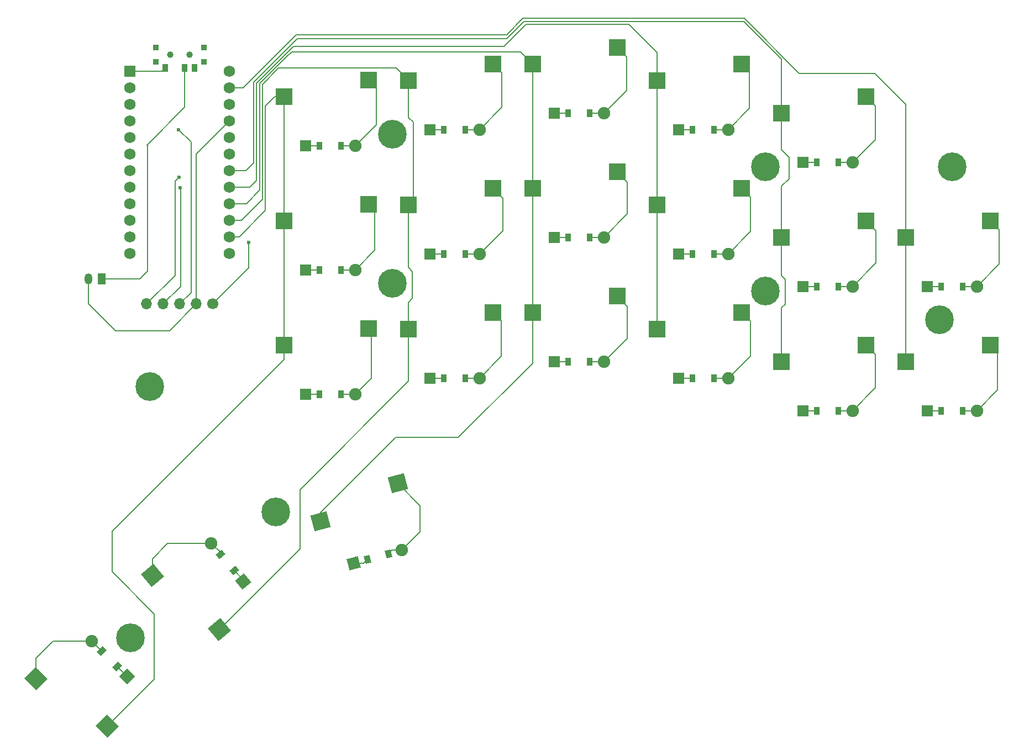
<source format=gbr>
%TF.GenerationSoftware,KiCad,Pcbnew,9.0.7*%
%TF.CreationDate,2026-02-08T22:38:48+02:00*%
%TF.ProjectId,juubo_right_unfinished,6a757562-6f5f-4726-9967-68745f756e66,v1.0.0*%
%TF.SameCoordinates,Original*%
%TF.FileFunction,Copper,L2,Bot*%
%TF.FilePolarity,Positive*%
%FSLAX46Y46*%
G04 Gerber Fmt 4.6, Leading zero omitted, Abs format (unit mm)*
G04 Created by KiCad (PCBNEW 9.0.7) date 2026-02-08 22:38:48*
%MOMM*%
%LPD*%
G01*
G04 APERTURE LIST*
G04 Aperture macros list*
%AMRotRect*
0 Rectangle, with rotation*
0 The origin of the aperture is its center*
0 $1 length*
0 $2 width*
0 $3 Rotation angle, in degrees counterclockwise*
0 Add horizontal line*
21,1,$1,$2,0,0,$3*%
G04 Aperture macros list end*
%TA.AperFunction,SMDPad,CuDef*%
%ADD10R,0.900000X0.900000*%
%TD*%
%TA.AperFunction,WasherPad*%
%ADD11C,1.000000*%
%TD*%
%TA.AperFunction,SMDPad,CuDef*%
%ADD12R,0.900000X1.250000*%
%TD*%
%TA.AperFunction,SMDPad,CuDef*%
%ADD13R,2.550000X2.500000*%
%TD*%
%TA.AperFunction,ComponentPad*%
%ADD14C,0.700000*%
%TD*%
%TA.AperFunction,ComponentPad*%
%ADD15C,4.400000*%
%TD*%
%TA.AperFunction,ComponentPad*%
%ADD16R,1.778000X1.778000*%
%TD*%
%TA.AperFunction,SMDPad,CuDef*%
%ADD17R,0.900000X1.200000*%
%TD*%
%TA.AperFunction,ComponentPad*%
%ADD18C,1.905000*%
%TD*%
%TA.AperFunction,SMDPad,CuDef*%
%ADD19RotRect,2.550000X2.500000X135.000000*%
%TD*%
%TA.AperFunction,ComponentPad*%
%ADD20RotRect,1.778000X1.778000X130.000000*%
%TD*%
%TA.AperFunction,SMDPad,CuDef*%
%ADD21RotRect,0.900000X1.200000X130.000000*%
%TD*%
%TA.AperFunction,SMDPad,CuDef*%
%ADD22RotRect,2.550000X2.500000X130.000000*%
%TD*%
%TA.AperFunction,SMDPad,CuDef*%
%ADD23RotRect,2.550000X2.500000X15.000000*%
%TD*%
%TA.AperFunction,ComponentPad*%
%ADD24RotRect,1.778000X1.778000X135.000000*%
%TD*%
%TA.AperFunction,SMDPad,CuDef*%
%ADD25RotRect,0.900000X1.200000X135.000000*%
%TD*%
%TA.AperFunction,ComponentPad*%
%ADD26R,1.200000X1.700000*%
%TD*%
%TA.AperFunction,ComponentPad*%
%ADD27O,1.200000X1.700000*%
%TD*%
%TA.AperFunction,ComponentPad*%
%ADD28O,1.700000X1.700000*%
%TD*%
%TA.AperFunction,ComponentPad*%
%ADD29C,1.700000*%
%TD*%
%TA.AperFunction,ComponentPad*%
%ADD30R,1.752600X1.752600*%
%TD*%
%TA.AperFunction,ComponentPad*%
%ADD31C,1.752600*%
%TD*%
%TA.AperFunction,ComponentPad*%
%ADD32RotRect,1.778000X1.778000X15.000000*%
%TD*%
%TA.AperFunction,SMDPad,CuDef*%
%ADD33RotRect,0.900000X1.200000X15.000000*%
%TD*%
%TA.AperFunction,ViaPad*%
%ADD34C,0.600000*%
%TD*%
%TA.AperFunction,Conductor*%
%ADD35C,0.200000*%
%TD*%
G04 APERTURE END LIST*
D10*
%TO.P,T1,*%
%TO.N,*%
X142830000Y-103710500D03*
X142830000Y-105910500D03*
D11*
X145030000Y-104810500D03*
X148030000Y-104810500D03*
D10*
X150230000Y-103710500D03*
X150230000Y-105910500D03*
D12*
%TO.P,T1,1*%
%TO.N,RAW*%
X144280000Y-106885500D03*
%TO.P,T1,2*%
%TO.N,B+*%
X147280000Y-106885500D03*
%TO.P,T1,3*%
%TO.N,N/C*%
X148780000Y-106885500D03*
%TD*%
D13*
%TO.P,S6,1*%
%TO.N,P5*%
X219645000Y-146860000D03*
%TO.P,S6,2*%
%TO.N,mirror_ring_bottom*%
X232572000Y-144320000D03*
%TD*%
D14*
%TO.P,_9,1*%
%TO.N,N/C*%
X140307500Y-155710000D03*
X140790774Y-154543274D03*
X140790774Y-156876726D03*
X141957500Y-154060000D03*
D15*
X141957500Y-155710000D03*
D14*
X141957500Y-157360000D03*
X143124226Y-154543274D03*
X143124226Y-156876726D03*
X143607500Y-155710000D03*
%TD*%
D13*
%TO.P,S13,1*%
%TO.N,P7*%
X181545000Y-127810000D03*
%TO.P,S13,2*%
%TO.N,mirror_index_home*%
X194472000Y-125270000D03*
%TD*%
D16*
%TO.P,D9,1*%
%TO.N,P16*%
X203870000Y-151900000D03*
D17*
X206030000Y-151900000D03*
%TO.P,D9,2*%
%TO.N,mirror_middle_bottom*%
X209330000Y-151900000D03*
D18*
X211490000Y-151900000D03*
%TD*%
D13*
%TO.P,S11,1*%
%TO.N,P6*%
X200595000Y-106260000D03*
%TO.P,S11,2*%
%TO.N,mirror_middle_top*%
X213522000Y-103720000D03*
%TD*%
D16*
%TO.P,D6,1*%
%TO.N,P16*%
X222920000Y-154400000D03*
D17*
X225080000Y-154400000D03*
%TO.P,D6,2*%
%TO.N,mirror_ring_bottom*%
X228380000Y-154400000D03*
D18*
X230540000Y-154400000D03*
%TD*%
D13*
%TO.P,S5,1*%
%TO.N,P4*%
X238695000Y-113760000D03*
%TO.P,S5,2*%
%TO.N,mirror_pinky_top*%
X251622000Y-111220000D03*
%TD*%
D16*
%TO.P,D4,1*%
%TO.N,P14*%
X241970000Y-140350000D03*
D17*
X244130000Y-140350000D03*
%TO.P,D4,2*%
%TO.N,mirror_pinky_home*%
X247430000Y-140350000D03*
D18*
X249590000Y-140350000D03*
%TD*%
D16*
%TO.P,D16,1*%
%TO.N,P14*%
X165770000Y-137850000D03*
D17*
X167930000Y-137850000D03*
%TO.P,D16,2*%
%TO.N,mirror_inner_home*%
X171230000Y-137850000D03*
D18*
X173390000Y-137850000D03*
%TD*%
D13*
%TO.P,S7,1*%
%TO.N,P5*%
X219645000Y-127810000D03*
%TO.P,S7,2*%
%TO.N,mirror_ring_home*%
X232572000Y-125270000D03*
%TD*%
D16*
%TO.P,D15,1*%
%TO.N,P16*%
X165770000Y-156900000D03*
D17*
X167930000Y-156900000D03*
%TO.P,D15,2*%
%TO.N,mirror_inner_bottom*%
X171230000Y-156900000D03*
D18*
X173390000Y-156900000D03*
%TD*%
D13*
%TO.P,S15,1*%
%TO.N,P8*%
X162495000Y-149360000D03*
%TO.P,S15,2*%
%TO.N,mirror_inner_bottom*%
X175422000Y-146820000D03*
%TD*%
D16*
%TO.P,D13,1*%
%TO.N,P14*%
X184820000Y-135350000D03*
D17*
X186980000Y-135350000D03*
%TO.P,D13,2*%
%TO.N,mirror_index_home*%
X190280000Y-135350000D03*
D18*
X192440000Y-135350000D03*
%TD*%
D16*
%TO.P,D2,1*%
%TO.N,P14*%
X261020000Y-140350000D03*
D17*
X263180000Y-140350000D03*
%TO.P,D2,2*%
%TO.N,mirror_outer_home*%
X266480000Y-140350000D03*
D18*
X268640000Y-140350000D03*
%TD*%
D19*
%TO.P,S20,1*%
%TO.N,P8*%
X135438596Y-207796209D03*
%TO.P,S20,2*%
%TO.N,mirror_extra_cluster*%
X124501776Y-200451491D03*
%TD*%
D16*
%TO.P,D7,1*%
%TO.N,P14*%
X222920000Y-135350000D03*
D17*
X225080000Y-135350000D03*
%TO.P,D7,2*%
%TO.N,mirror_ring_home*%
X228380000Y-135350000D03*
D18*
X230540000Y-135350000D03*
%TD*%
D13*
%TO.P,S1,1*%
%TO.N,P0*%
X257745000Y-151860000D03*
%TO.P,S1,2*%
%TO.N,mirror_outer_bottom*%
X270672000Y-149320000D03*
%TD*%
D16*
%TO.P,D10,1*%
%TO.N,P14*%
X203870000Y-132850000D03*
D17*
X206030000Y-132850000D03*
%TO.P,D10,2*%
%TO.N,mirror_middle_home*%
X209330000Y-132850000D03*
D18*
X211490000Y-132850000D03*
%TD*%
D13*
%TO.P,S2,1*%
%TO.N,P0*%
X257745000Y-132810000D03*
%TO.P,S2,2*%
%TO.N,mirror_outer_home*%
X270672000Y-130270000D03*
%TD*%
D16*
%TO.P,D3,1*%
%TO.N,P16*%
X241970000Y-159400000D03*
D17*
X244130000Y-159400000D03*
%TO.P,D3,2*%
%TO.N,mirror_pinky_bottom*%
X247430000Y-159400000D03*
D18*
X249590000Y-159400000D03*
%TD*%
D16*
%TO.P,D8,1*%
%TO.N,P9*%
X222920000Y-116300000D03*
D17*
X225080000Y-116300000D03*
%TO.P,D8,2*%
%TO.N,mirror_ring_top*%
X228380000Y-116300000D03*
D18*
X230540000Y-116300000D03*
%TD*%
D14*
%TO.P,_4,1*%
%TO.N,N/C*%
X177455000Y-117015000D03*
X177938274Y-115848274D03*
X177938274Y-118181726D03*
X179105000Y-115365000D03*
D15*
X179105000Y-117015000D03*
D14*
X179105000Y-118665000D03*
X180271726Y-115848274D03*
X180271726Y-118181726D03*
X180755000Y-117015000D03*
%TD*%
D20*
%TO.P,D19,1*%
%TO.N,P10*%
X156248588Y-185587598D03*
D21*
X154860167Y-183932942D03*
%TO.P,D19,2*%
%TO.N,mirror_space_cluster*%
X152738967Y-181404996D03*
D18*
X151350546Y-179750340D03*
%TD*%
D13*
%TO.P,S8,1*%
%TO.N,P5*%
X219645000Y-108760000D03*
%TO.P,S8,2*%
%TO.N,mirror_ring_top*%
X232572000Y-106220000D03*
%TD*%
D14*
%TO.P,_2,1*%
%TO.N,N/C*%
X263180000Y-122015000D03*
X263663274Y-120848274D03*
X263663274Y-123181726D03*
X264830000Y-120365000D03*
D15*
X264830000Y-122015000D03*
D14*
X264830000Y-123665000D03*
X265996726Y-120848274D03*
X265996726Y-123181726D03*
X266480000Y-122015000D03*
%TD*%
D16*
%TO.P,D1,1*%
%TO.N,P16*%
X261020000Y-159400000D03*
D17*
X263180000Y-159400000D03*
%TO.P,D1,2*%
%TO.N,mirror_outer_bottom*%
X266480000Y-159400000D03*
D18*
X268640000Y-159400000D03*
%TD*%
D14*
%TO.P,_3,1*%
%TO.N,N/C*%
X234605000Y-122015000D03*
X235088274Y-120848274D03*
X235088274Y-123181726D03*
X236255000Y-120365000D03*
D15*
X236255000Y-122015000D03*
D14*
X236255000Y-123665000D03*
X237421726Y-120848274D03*
X237421726Y-123181726D03*
X237905000Y-122015000D03*
%TD*%
D22*
%TO.P,S19,1*%
%TO.N,P7*%
X152577742Y-192943012D03*
%TO.P,S19,2*%
%TO.N,mirror_space_cluster*%
X142322674Y-184673036D03*
%TD*%
D14*
%TO.P,_7,1*%
%TO.N,N/C*%
X140126714Y-195421840D03*
X138959988Y-195905114D03*
X140609988Y-194255114D03*
X137793262Y-195421840D03*
D15*
X138959988Y-194255114D03*
D14*
X140126714Y-193088388D03*
X137309988Y-194255114D03*
X138959988Y-192605114D03*
X137793262Y-193088388D03*
%TD*%
D16*
%TO.P,D17,1*%
%TO.N,P9*%
X165770000Y-118800000D03*
D17*
X167930000Y-118800000D03*
%TO.P,D17,2*%
%TO.N,mirror_inner_top*%
X171230000Y-118800000D03*
D18*
X173390000Y-118800000D03*
%TD*%
D16*
%TO.P,D12,1*%
%TO.N,P16*%
X184820000Y-154400000D03*
D17*
X186980000Y-154400000D03*
%TO.P,D12,2*%
%TO.N,mirror_index_bottom*%
X190280000Y-154400000D03*
D18*
X192440000Y-154400000D03*
%TD*%
D23*
%TO.P,S18,1*%
%TO.N,P6*%
X168079015Y-176330281D03*
%TO.P,S18,2*%
%TO.N,mirror_layer_cluster*%
X179908138Y-170531076D03*
%TD*%
D13*
%TO.P,S14,1*%
%TO.N,P7*%
X181545000Y-108760000D03*
%TO.P,S14,2*%
%TO.N,mirror_index_top*%
X194472000Y-106220000D03*
%TD*%
%TO.P,S3,1*%
%TO.N,P4*%
X238695000Y-151860000D03*
%TO.P,S3,2*%
%TO.N,mirror_pinky_bottom*%
X251622000Y-149320000D03*
%TD*%
D14*
%TO.P,_5,1*%
%TO.N,N/C*%
X234605000Y-141065000D03*
X235088274Y-139898274D03*
X235088274Y-142231726D03*
X236255000Y-139415000D03*
D15*
X236255000Y-141065000D03*
D14*
X236255000Y-142715000D03*
X237421726Y-139898274D03*
X237421726Y-142231726D03*
X237905000Y-141065000D03*
%TD*%
%TO.P,_1,1*%
%TO.N,N/C*%
X261275000Y-145446500D03*
X261758274Y-144279774D03*
X261758274Y-146613226D03*
X262925000Y-143796500D03*
D15*
X262925000Y-145446500D03*
D14*
X262925000Y-147096500D03*
X264091726Y-144279774D03*
X264091726Y-146613226D03*
X264575000Y-145446500D03*
%TD*%
D13*
%TO.P,S10,1*%
%TO.N,P6*%
X200595000Y-125310000D03*
%TO.P,S10,2*%
%TO.N,mirror_middle_home*%
X213522000Y-122770000D03*
%TD*%
%TO.P,S16,1*%
%TO.N,P8*%
X162495000Y-130310000D03*
%TO.P,S16,2*%
%TO.N,mirror_inner_home*%
X175422000Y-127770000D03*
%TD*%
D24*
%TO.P,D20,1*%
%TO.N,P10*%
X138454407Y-200148849D03*
D25*
X136927056Y-198621498D03*
%TO.P,D20,2*%
%TO.N,mirror_extra_cluster*%
X134593604Y-196288046D03*
D18*
X133066253Y-194760695D03*
%TD*%
D26*
%TO.P,JST1,1*%
%TO.N,B+*%
X134530000Y-139222500D03*
D27*
%TO.P,JST1,2*%
%TO.N,GND*%
X132530000Y-139222500D03*
%TD*%
D13*
%TO.P,S4,1*%
%TO.N,P4*%
X238695000Y-132810000D03*
%TO.P,S4,2*%
%TO.N,mirror_pinky_home*%
X251622000Y-130270000D03*
%TD*%
D28*
%TO.P,DISP1,1*%
%TO.N,P2*%
X141450000Y-143025000D03*
%TO.P,DISP1,2*%
%TO.N,P3*%
X143990000Y-143025000D03*
%TO.P,DISP1,3*%
%TO.N,VCC*%
X146530000Y-143025000D03*
%TO.P,DISP1,4*%
%TO.N,GND*%
X149070000Y-143025000D03*
D29*
%TO.P,DISP1,5*%
%TO.N,P1*%
X151610000Y-143025000D03*
%TD*%
D16*
%TO.P,D11,1*%
%TO.N,P9*%
X203870000Y-113800000D03*
D17*
X206030000Y-113800000D03*
%TO.P,D11,2*%
%TO.N,mirror_middle_top*%
X209330000Y-113800000D03*
D18*
X211490000Y-113800000D03*
%TD*%
D14*
%TO.P,_8,1*%
%TO.N,N/C*%
X177455000Y-139875000D03*
X177938274Y-138708274D03*
X177938274Y-141041726D03*
X179105000Y-138225000D03*
D15*
X179105000Y-139875000D03*
D14*
X179105000Y-141525000D03*
X180271726Y-138708274D03*
X180271726Y-141041726D03*
X180755000Y-139875000D03*
%TD*%
D16*
%TO.P,D14,1*%
%TO.N,P9*%
X184820000Y-116300000D03*
D17*
X186980000Y-116300000D03*
%TO.P,D14,2*%
%TO.N,mirror_index_top*%
X190280000Y-116300000D03*
D18*
X192440000Y-116300000D03*
%TD*%
D16*
%TO.P,D5,1*%
%TO.N,P9*%
X241970000Y-121300000D03*
D17*
X244130000Y-121300000D03*
%TO.P,D5,2*%
%TO.N,mirror_pinky_top*%
X247430000Y-121300000D03*
D18*
X249590000Y-121300000D03*
%TD*%
D30*
%TO.P,MCU1,1*%
%TO.N,RAW*%
X138910000Y-107355000D03*
D31*
%TO.P,MCU1,2*%
%TO.N,GND*%
X138910000Y-109895000D03*
%TO.P,MCU1,3*%
%TO.N,RST*%
X138910000Y-112435000D03*
%TO.P,MCU1,4*%
%TO.N,VCC*%
X138910000Y-114975000D03*
%TO.P,MCU1,5*%
%TO.N,P21*%
X138910000Y-117515000D03*
%TO.P,MCU1,6*%
%TO.N,P20*%
X138910000Y-120055000D03*
%TO.P,MCU1,7*%
%TO.N,P19*%
X138910000Y-122595000D03*
%TO.P,MCU1,8*%
%TO.N,P18*%
X138910000Y-125135000D03*
%TO.P,MCU1,9*%
%TO.N,P15*%
X138910000Y-127675000D03*
%TO.P,MCU1,10*%
%TO.N,P14*%
X138910000Y-130215000D03*
%TO.P,MCU1,11*%
%TO.N,P16*%
X138910000Y-132755000D03*
%TO.P,MCU1,12*%
%TO.N,P10*%
X138910000Y-135295000D03*
%TO.P,MCU1,13*%
%TO.N,P1*%
X154150000Y-107355000D03*
%TO.P,MCU1,14*%
%TO.N,P0*%
X154150000Y-109895000D03*
%TO.P,MCU1,15*%
%TO.N,GND*%
X154150000Y-112435000D03*
%TO.P,MCU1,16*%
X154150000Y-114975000D03*
%TO.P,MCU1,17*%
%TO.N,P2*%
X154150000Y-117515000D03*
%TO.P,MCU1,18*%
%TO.N,P3*%
X154150000Y-120055000D03*
%TO.P,MCU1,19*%
%TO.N,P4*%
X154150000Y-122595000D03*
%TO.P,MCU1,20*%
%TO.N,P5*%
X154150000Y-125135000D03*
%TO.P,MCU1,21*%
%TO.N,P6*%
X154150000Y-127675000D03*
%TO.P,MCU1,22*%
%TO.N,P7*%
X154150000Y-130215000D03*
%TO.P,MCU1,23*%
%TO.N,P8*%
X154150000Y-132755000D03*
%TO.P,MCU1,24*%
%TO.N,P9*%
X154150000Y-135295000D03*
%TD*%
D13*
%TO.P,S12,1*%
%TO.N,P7*%
X181545000Y-146860000D03*
%TO.P,S12,2*%
%TO.N,mirror_index_bottom*%
X194472000Y-144320000D03*
%TD*%
%TO.P,S17,1*%
%TO.N,P8*%
X162495000Y-111260000D03*
%TO.P,S17,2*%
%TO.N,mirror_inner_top*%
X175422000Y-108720000D03*
%TD*%
%TO.P,S9,1*%
%TO.N,P6*%
X200595000Y-144360000D03*
%TO.P,S9,2*%
%TO.N,mirror_middle_bottom*%
X213522000Y-141820000D03*
%TD*%
D32*
%TO.P,D18,1*%
%TO.N,P10*%
X173193918Y-182765731D03*
D33*
X175280317Y-182206679D03*
%TO.P,D18,2*%
%TO.N,mirror_layer_cluster*%
X178467873Y-181352579D03*
D18*
X180554272Y-180793527D03*
%TD*%
D14*
%TO.P,_6,1*%
%TO.N,N/C*%
X159626450Y-175308136D03*
X159791286Y-174056086D03*
X160395228Y-176310028D03*
X161647278Y-176474864D03*
D15*
X161220228Y-174881086D03*
D14*
X160793178Y-173287308D03*
X162045228Y-173452144D03*
X162649170Y-175706086D03*
X162814006Y-174454036D03*
%TD*%
D34*
%TO.N,P2*%
X146420000Y-123590000D03*
%TO.N,P3*%
X146600000Y-125240000D03*
%TO.N,VCC*%
X146320000Y-116300000D03*
%TO.N,P1*%
X157120000Y-133600000D03*
%TD*%
D35*
%TO.N,P2*%
X145790000Y-124220000D02*
X146420000Y-123590000D01*
X145790000Y-138685000D02*
X145790000Y-130910000D01*
X141450000Y-143025000D02*
X145790000Y-138685000D01*
X145790000Y-130910000D02*
X145790000Y-124220000D01*
%TO.N,P3*%
X146660000Y-140355000D02*
X146660000Y-128960000D01*
X143990000Y-143025000D02*
X146660000Y-140355000D01*
X146660000Y-128960000D02*
X146660000Y-125300000D01*
X146660000Y-125300000D02*
X146600000Y-125240000D01*
%TO.N,VCC*%
X146530000Y-143025000D02*
X148240000Y-141315000D01*
X148240000Y-141315000D02*
X148240000Y-127280000D01*
X148240000Y-127280000D02*
X148240000Y-118220000D01*
X148240000Y-118220000D02*
X146320000Y-116300000D01*
%TO.N,GND*%
X136700000Y-147150000D02*
X144945000Y-147150000D01*
X149070000Y-120055000D02*
X154150000Y-114975000D01*
X132530000Y-139222500D02*
X132530000Y-142980000D01*
X144945000Y-147150000D02*
X149070000Y-143025000D01*
X149070000Y-143025000D02*
X149070000Y-120055000D01*
X132530000Y-142980000D02*
X136700000Y-147150000D01*
%TO.N,P1*%
X157120000Y-134120000D02*
X157120000Y-133600000D01*
X157120000Y-137515000D02*
X157120000Y-134120000D01*
X151610000Y-143025000D02*
X157120000Y-137515000D01*
%TO.N,P0*%
X257745000Y-132810000D02*
X257745000Y-112395000D01*
X257745000Y-151860000D02*
X257745000Y-132810000D01*
X253030000Y-107680000D02*
X241447100Y-107680000D01*
X233017100Y-99250000D02*
X199110000Y-99250000D01*
X257745000Y-112395000D02*
X253030000Y-107680000D01*
X164370000Y-101770000D02*
X156245000Y-109895000D01*
X196590000Y-101770000D02*
X164370000Y-101770000D01*
X241447100Y-107680000D02*
X233017100Y-99250000D01*
X156245000Y-109895000D02*
X154150000Y-109895000D01*
X199110000Y-99250000D02*
X196590000Y-101770000D01*
%TO.N,mirror_outer_bottom*%
X271840000Y-156200000D02*
X268640000Y-159400000D01*
X268640000Y-159400000D02*
X266480000Y-159400000D01*
X271840000Y-150488000D02*
X271840000Y-156200000D01*
X270672000Y-149320000D02*
X271840000Y-150488000D01*
%TO.N,mirror_outer_home*%
X270672000Y-130270000D02*
X272080000Y-131678000D01*
X266480000Y-140350000D02*
X268640000Y-140350000D01*
X272080000Y-136910000D02*
X268640000Y-140350000D01*
X272080000Y-131678000D02*
X272080000Y-136910000D01*
%TO.N,P4*%
X196620000Y-102360000D02*
X164500000Y-102360000D01*
X157829000Y-121421000D02*
X156655000Y-122595000D01*
X238695000Y-125005000D02*
X239860000Y-123840000D01*
X238695000Y-132810000D02*
X238695000Y-138685000D01*
X157829000Y-110519000D02*
X157829000Y-121421000D01*
X239860000Y-120550000D02*
X239860000Y-123840000D01*
X164500000Y-102360000D02*
X157800000Y-109060000D01*
X238695000Y-113760000D02*
X238695000Y-105495000D01*
X157800000Y-109060000D02*
X157800000Y-110490000D01*
X238695000Y-143635000D02*
X239260000Y-143070000D01*
X199260000Y-99720000D02*
X196620000Y-102360000D01*
X239260000Y-139250000D02*
X239260000Y-143070000D01*
X238695000Y-138685000D02*
X239260000Y-139250000D01*
X157800000Y-110490000D02*
X157829000Y-110519000D01*
X238695000Y-105495000D02*
X232920000Y-99720000D01*
X238695000Y-119385000D02*
X239860000Y-120550000D01*
X232920000Y-99720000D02*
X199260000Y-99720000D01*
X156655000Y-122595000D02*
X154150000Y-122595000D01*
X238695000Y-132810000D02*
X238695000Y-125005000D01*
X238695000Y-151860000D02*
X238695000Y-143635000D01*
X238695000Y-113760000D02*
X238695000Y-119385000D01*
%TO.N,mirror_pinky_bottom*%
X253130000Y-150828000D02*
X253130000Y-155860000D01*
X251622000Y-149320000D02*
X253130000Y-150828000D01*
X253130000Y-155860000D02*
X249590000Y-159400000D01*
X247430000Y-159400000D02*
X249590000Y-159400000D01*
%TO.N,mirror_pinky_home*%
X253180000Y-131828000D02*
X253180000Y-136760000D01*
X249590000Y-140350000D02*
X247430000Y-140350000D01*
X251622000Y-130270000D02*
X253180000Y-131828000D01*
X253180000Y-136760000D02*
X249590000Y-140350000D01*
%TO.N,mirror_pinky_top*%
X251622000Y-111220000D02*
X253060000Y-112658000D01*
X253060000Y-117830000D02*
X249590000Y-121300000D01*
X247430000Y-121300000D02*
X249590000Y-121300000D01*
X253060000Y-112658000D02*
X253060000Y-117830000D01*
%TO.N,P5*%
X219645000Y-104495000D02*
X215340000Y-100190000D01*
X219645000Y-127810000D02*
X219645000Y-146860000D01*
X158230000Y-109195800D02*
X158230000Y-124120000D01*
X157215000Y-125135000D02*
X154150000Y-125135000D01*
X219645000Y-108760000D02*
X219645000Y-127810000D01*
X219645000Y-108760000D02*
X219645000Y-104495000D01*
X196210000Y-103530000D02*
X163895800Y-103530000D01*
X158230000Y-124120000D02*
X157215000Y-125135000D01*
X215340000Y-100190000D02*
X199550000Y-100190000D01*
X199550000Y-100190000D02*
X196210000Y-103530000D01*
X163895800Y-103530000D02*
X158230000Y-109195800D01*
%TO.N,mirror_ring_bottom*%
X232572000Y-144320000D02*
X233920000Y-145668000D01*
X233920000Y-145668000D02*
X233920000Y-151020000D01*
X233920000Y-151020000D02*
X230540000Y-154400000D01*
X228380000Y-154400000D02*
X230540000Y-154400000D01*
%TO.N,mirror_ring_home*%
X228380000Y-135350000D02*
X230540000Y-135350000D01*
X233940000Y-131950000D02*
X230540000Y-135350000D01*
X232572000Y-125270000D02*
X233940000Y-126638000D01*
X233940000Y-126638000D02*
X233940000Y-131950000D01*
%TO.N,mirror_ring_top*%
X230540000Y-116300000D02*
X228380000Y-116300000D01*
X232572000Y-106220000D02*
X233790000Y-107438000D01*
X233790000Y-107438000D02*
X233790000Y-113050000D01*
X233790000Y-113050000D02*
X230540000Y-116300000D01*
%TO.N,P6*%
X158809000Y-125591000D02*
X156725000Y-127675000D01*
X163330000Y-104700000D02*
X163292900Y-104700000D01*
X189200000Y-163500000D02*
X200595000Y-152105000D01*
X200595000Y-106260000D02*
X198704000Y-104369000D01*
X200595000Y-152105000D02*
X200595000Y-144360000D01*
X200595000Y-125310000D02*
X200595000Y-106260000D01*
X168079015Y-176330281D02*
X168079015Y-175036186D01*
X168079015Y-175036186D02*
X179615201Y-163500000D01*
X198704000Y-104369000D02*
X163661000Y-104369000D01*
X156725000Y-127675000D02*
X154150000Y-127675000D01*
X158809000Y-109183900D02*
X158809000Y-125591000D01*
X200595000Y-144360000D02*
X200595000Y-125310000D01*
X179615201Y-163500000D02*
X189200000Y-163500000D01*
X163661000Y-104369000D02*
X163330000Y-104700000D01*
X163292900Y-104700000D02*
X158809000Y-109183900D01*
%TO.N,mirror_middle_bottom*%
X215090000Y-143388000D02*
X215090000Y-148300000D01*
X213522000Y-141820000D02*
X215090000Y-143388000D01*
X215090000Y-148300000D02*
X211490000Y-151900000D01*
X211490000Y-151900000D02*
X209330000Y-151900000D01*
%TO.N,mirror_middle_home*%
X215100000Y-124348000D02*
X215100000Y-129240000D01*
X215100000Y-129240000D02*
X211490000Y-132850000D01*
X209330000Y-132850000D02*
X211490000Y-132850000D01*
X213522000Y-122770000D02*
X215100000Y-124348000D01*
%TO.N,mirror_middle_top*%
X214950000Y-105148000D02*
X214950000Y-110340000D01*
X214950000Y-110340000D02*
X211490000Y-113800000D01*
X213522000Y-103720000D02*
X214950000Y-105148000D01*
X211490000Y-113800000D02*
X209330000Y-113800000D01*
%TO.N,P7*%
X159210000Y-126970000D02*
X155965000Y-130215000D01*
X181545000Y-142805000D02*
X182170000Y-142180000D01*
X182290000Y-127065000D02*
X181545000Y-127810000D01*
X181545000Y-137425000D02*
X182170000Y-138050000D01*
X159210000Y-109350000D02*
X159210000Y-126970000D01*
X181545000Y-154875000D02*
X164920000Y-171500000D01*
X164920000Y-171500000D02*
X164920000Y-180600754D01*
X181545000Y-108760000D02*
X181545000Y-114435000D01*
X181545000Y-146860000D02*
X181545000Y-142805000D01*
X182170000Y-138050000D02*
X182170000Y-142180000D01*
X182290000Y-115180000D02*
X182290000Y-127065000D01*
X181545000Y-108760000D02*
X179654000Y-106869000D01*
X179654000Y-106869000D02*
X161691000Y-106869000D01*
X161691000Y-106869000D02*
X159210000Y-109350000D01*
X181545000Y-114435000D02*
X182290000Y-115180000D01*
X181545000Y-146860000D02*
X181545000Y-154875000D01*
X155965000Y-130215000D02*
X154150000Y-130215000D01*
X164920000Y-180600754D02*
X152577742Y-192943012D01*
X181545000Y-127810000D02*
X181545000Y-137425000D01*
%TO.N,mirror_index_bottom*%
X195810000Y-151030000D02*
X192440000Y-154400000D01*
X195810000Y-145658000D02*
X195810000Y-151030000D01*
X190280000Y-154400000D02*
X192440000Y-154400000D01*
X194472000Y-144320000D02*
X195810000Y-145658000D01*
%TO.N,mirror_index_home*%
X192440000Y-135350000D02*
X190280000Y-135350000D01*
X196000000Y-126798000D02*
X196000000Y-131790000D01*
X196000000Y-131790000D02*
X192440000Y-135350000D01*
X194472000Y-125270000D02*
X196000000Y-126798000D01*
%TO.N,mirror_index_top*%
X195850000Y-112890000D02*
X192440000Y-116300000D01*
X195850000Y-107598000D02*
X195850000Y-112890000D01*
X190280000Y-116300000D02*
X192440000Y-116300000D01*
X194472000Y-106220000D02*
X195850000Y-107598000D01*
%TO.N,P8*%
X136150000Y-184090000D02*
X136150000Y-177890000D01*
X162495000Y-111260000D02*
X161090000Y-111260000D01*
X142640000Y-190580000D02*
X136150000Y-184090000D01*
X135438596Y-207796209D02*
X142640000Y-200594805D01*
X136150000Y-177890000D02*
X162495000Y-151545000D01*
X159650000Y-128710000D02*
X155605000Y-132755000D01*
X142640000Y-200594805D02*
X142640000Y-190580000D01*
X162495000Y-149360000D02*
X162495000Y-130310000D01*
X162495000Y-130310000D02*
X162495000Y-111260000D01*
X159650000Y-112700000D02*
X159650000Y-128710000D01*
X162495000Y-151545000D02*
X162495000Y-149360000D01*
X161090000Y-111260000D02*
X159650000Y-112700000D01*
X155605000Y-132755000D02*
X154150000Y-132755000D01*
%TO.N,mirror_inner_bottom*%
X175861900Y-154428100D02*
X173390000Y-156900000D01*
X175861900Y-147259900D02*
X175861900Y-154428100D01*
X175422000Y-146820000D02*
X175861900Y-147259900D01*
X173390000Y-156900000D02*
X171230000Y-156900000D01*
%TO.N,mirror_inner_home*%
X176410000Y-128758000D02*
X176410000Y-134830000D01*
X175422000Y-127770000D02*
X176410000Y-128758000D01*
X171230000Y-137850000D02*
X173390000Y-137850000D01*
X176410000Y-134830000D02*
X173390000Y-137850000D01*
%TO.N,mirror_inner_top*%
X171230000Y-118800000D02*
X173390000Y-118800000D01*
X176650000Y-115540000D02*
X173390000Y-118800000D01*
X176650000Y-109948000D02*
X176650000Y-115540000D01*
X175422000Y-108720000D02*
X176650000Y-109948000D01*
%TO.N,mirror_layer_cluster*%
X179026923Y-180793528D02*
X180554272Y-180793528D01*
X179908138Y-170531076D02*
X183360000Y-173982938D01*
X178467873Y-181352578D02*
X179026923Y-180793528D01*
X183360000Y-177987800D02*
X180554272Y-180793528D01*
X183360000Y-173982938D02*
X183360000Y-177987800D01*
%TO.N,mirror_space_cluster*%
X142322674Y-182097326D02*
X144669660Y-179750340D01*
X144669660Y-179750340D02*
X151350546Y-179750340D01*
X152738967Y-181138761D02*
X152738967Y-181404996D01*
X142322674Y-184673036D02*
X142322674Y-182097326D01*
X151350546Y-179750340D02*
X152738967Y-181138761D01*
%TO.N,mirror_extra_cluster*%
X133066253Y-194760695D02*
X134593604Y-196288046D01*
X127129305Y-194760695D02*
X133066253Y-194760695D01*
X124501776Y-200451491D02*
X124501776Y-197388224D01*
X124501776Y-197388224D02*
X127129305Y-194760695D01*
%TO.N,P16*%
X206030000Y-151900000D02*
X203870000Y-151900000D01*
X241970000Y-159400000D02*
X244130000Y-159400000D01*
X184820000Y-154400000D02*
X186980000Y-154400000D01*
X263180000Y-159400000D02*
X261020000Y-159400000D01*
X167930000Y-156900000D02*
X165770000Y-156900000D01*
X222920000Y-154400000D02*
X225080000Y-154400000D01*
%TO.N,P14*%
X222920000Y-135350000D02*
X225080000Y-135350000D01*
X203870000Y-132850000D02*
X206030000Y-132850000D01*
X244130000Y-140350000D02*
X241970000Y-140350000D01*
X186980000Y-135350000D02*
X184820000Y-135350000D01*
X261020000Y-140350000D02*
X263180000Y-140350000D01*
X165770000Y-137850000D02*
X167930000Y-137850000D01*
%TO.N,P9*%
X206030000Y-113800000D02*
X203870000Y-113800000D01*
X184820000Y-116300000D02*
X186980000Y-116300000D01*
X225080000Y-116300000D02*
X222920000Y-116300000D01*
X165770000Y-118800000D02*
X167930000Y-118800000D01*
X241970000Y-121300000D02*
X244130000Y-121300000D01*
%TO.N,P10*%
X156248588Y-185321363D02*
X156248588Y-185587598D01*
X174721267Y-182765730D02*
X175280317Y-182206680D01*
X173193918Y-182765730D02*
X174721267Y-182765730D01*
X136927056Y-198621498D02*
X138454407Y-200148849D01*
X154860167Y-183932942D02*
X156248588Y-185321363D01*
%TO.N,RAW*%
X143810500Y-107355000D02*
X144280000Y-106885500D01*
X138910000Y-107355000D02*
X143810500Y-107355000D01*
%TO.N,B+*%
X140377500Y-139222500D02*
X141560000Y-138040000D01*
X141560000Y-118820000D02*
X141460000Y-118720000D01*
X141560000Y-138040000D02*
X141560000Y-118820000D01*
X147280000Y-112900000D02*
X147280000Y-106885500D01*
X141460000Y-118720000D02*
X147280000Y-112900000D01*
X134530000Y-139222500D02*
X140377500Y-139222500D01*
%TD*%
M02*

</source>
